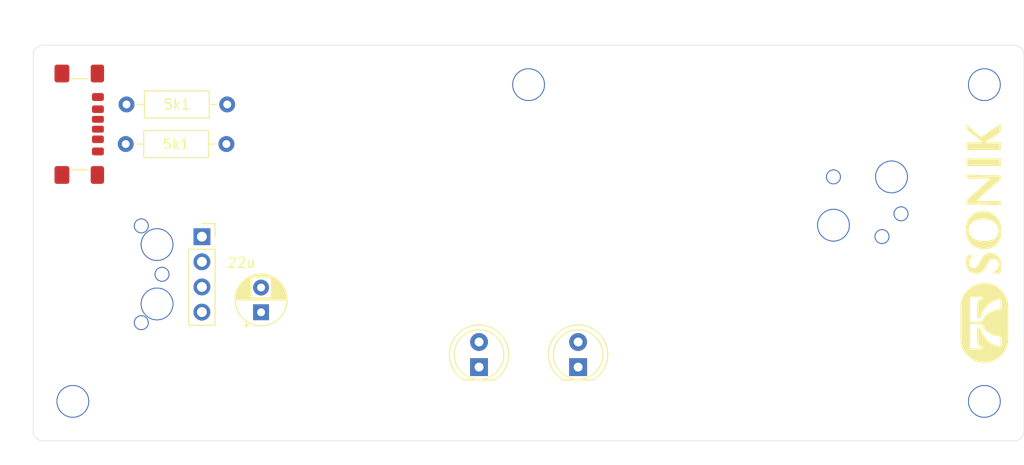
<source format=kicad_pcb>
(kicad_pcb (version 20241229) (generator "pcbnew") (generator_version "9.0")
  (layers (0 "F.Cu" signal) (2 "B.Cu" signal) (13 "F.Paste" user) (15 "B.Paste" user) (5 "F.SilkS" user "F.Silkscreen") (7 "B.SilkS" user "B.Silkscreen") (1 "F.Mask" user) (3 "B.Mask" user) (25 "Edge.Cuts" user))
  (net 0 "")
  (net 1 "Net-(J2-Pin_4)")
  (net 2 "Net-(D1-K)")
  (net 3 "Net-(D1-A)")
  (net 4 "Net-(D2-A)")
  (net 5 "Net-(J1-CC1)")
  (net 6 "Net-(J1-CC2)")
  (footprint "Capacitor_THT:CP_Radial_D5.0mm_P2.50mm" (layer "F.Cu") (at 103 97 90)
    (property "Reference" "C1")
    (property "Value" "22u" (at 5 -2 180) (layer "F.SilkS"))
    (fp_line (start 1.29 -2.58) (end 1.29 2.58) (stroke (width 0.12)) (layer "F.SilkS"))
    (fp_line (start 1.25 -2.58) (end 1.25 2.58) (stroke (width 0.12)) (layer "F.SilkS"))
    (fp_line (start 1.33 -2.579) (end 1.33 2.579) (stroke (width 0.12)) (layer "F.SilkS"))
    (fp_line (start 1.37 -2.577) (end 1.37 2.577) (stroke (width 0.12)) (layer "F.SilkS"))
    (fp_line (start 1.41 -2.575) (end 1.41 2.575) (stroke (width 0.12)) (layer "F.SilkS"))
    (fp_line (start 1.45 -2.572) (end 1.45 2.572) (stroke (width 0.12)) (layer "F.SilkS"))
    (fp_line (start 1.49 -2.569) (end 1.49 -1.04) (stroke (width 0.12)) (layer "F.SilkS"))
    (fp_line (start 1.53 -2.565) (end 1.53 -1.04) (stroke (width 0.12)) (layer "F.SilkS"))
    (fp_line (start 1.57 -2.56) (end 1.57 -1.04) (stroke (width 0.12)) (layer "F.SilkS"))
    (fp_line (start 1.61 -2.555) (end 1.61 -1.04) (stroke (width 0.12)) (layer "F.SilkS"))
    (fp_line (start 1.65 -2.549) (end 1.65 -1.04) (stroke (width 0.12)) (layer "F.SilkS"))
    (fp_line (start 1.69 -2.543) (end 1.69 -1.04) (stroke (width 0.12)) (layer "F.SilkS"))
    (fp_line (start 1.73 -2.536) (end 1.73 -1.04) (stroke (width 0.12)) (layer "F.SilkS"))
    (fp_line (start 1.77 -2.528) (end 1.77 -1.04) (stroke (width 0.12)) (layer "F.SilkS"))
    (fp_line (start 1.81 -2.519) (end 1.81 -1.04) (stroke (width 0.12)) (layer "F.SilkS"))
    (fp_line (start 1.85 -2.51) (end 1.85 -1.04) (stroke (width 0.12)) (layer "F.SilkS"))
    (fp_line (start 1.89 -2.501) (end 1.89 -1.04) (stroke (width 0.12)) (layer "F.SilkS"))
    (fp_line (start 1.93 -2.49) (end 1.93 -1.04) (stroke (width 0.12)) (layer "F.SilkS"))
    (fp_line (start 1.97 -2.479) (end 1.97 -1.04) (stroke (width 0.12)) (layer "F.SilkS"))
    (fp_line (start 2.01 -2.467) (end 2.01 -1.04) (stroke (width 0.12)) (layer "F.SilkS"))
    (fp_line (start 2.05 -2.455) (end 2.05 -1.04) (stroke (width 0.12)) (layer "F.SilkS"))
    (fp_line (start 2.09 -2.442) (end 2.09 -1.04) (stroke (width 0.12)) (layer "F.SilkS"))
    (fp_line (start 2.13 -2.428) (end 2.13 -1.04) (stroke (width 0.12)) (layer "F.SilkS"))
    (fp_line (start 2.17 -2.413) (end 2.17 -1.04) (stroke (width 0.12)) (layer "F.SilkS"))
    (fp_line (start 2.21 -2.398) (end 2.21 -1.04) (stroke (width 0.12)) (layer "F.SilkS"))
    (fp_line (start 2.25 -2.382) (end 2.25 -1.04) (stroke (width 0.12)) (layer "F.SilkS"))
    (fp_line (start 2.29 -2.365) (end 2.29 -1.04) (stroke (width 0.12)) (layer "F.SilkS"))
    (fp_line (start 2.33 -2.347) (end 2.33 -1.04) (stroke (width 0.12)) (layer "F.SilkS"))
    (fp_line (start 2.37 -2.329) (end 2.37 -1.04) (stroke (width 0.12)) (layer "F.SilkS"))
    (fp_line (start 2.41 -2.309) (end 2.41 -1.04) (stroke (width 0.12)) (layer "F.SilkS"))
    (fp_line (start 2.45 -2.289) (end 2.45 -1.04) (stroke (width 0.12)) (layer "F.SilkS"))
    (fp_line (start 2.49 -2.268) (end 2.49 -1.04) (stroke (width 0.12)) (layer "F.SilkS"))
    (fp_line (start 2.53 -2.246) (end 2.53 -1.04) (stroke (width 0.12)) (layer "F.SilkS"))
    (fp_line (start 2.57 -2.223) (end 2.57 -1.04) (stroke (width 0.12)) (layer "F.SilkS"))
    (fp_line (start 2.61 -2.199) (end 2.61 -1.04) (stroke (width 0.12)) (layer "F.SilkS"))
    (fp_line (start 2.65 -2.175) (end 2.65 -1.04) (stroke (width 0.12)) (layer "F.SilkS"))
    (fp_line (start 2.69 -2.149) (end 2.69 -1.04) (stroke (width 0.12)) (layer "F.SilkS"))
    (fp_line (start 2.73 -2.122) (end 2.73 -1.04) (stroke (width 0.12)) (layer "F.SilkS"))
    (fp_line (start 2.77 -2.094) (end 2.77 -1.04) (stroke (width 0.12)) (layer "F.SilkS"))
    (fp_line (start 2.81 -2.065) (end 2.81 -1.04) (stroke (width 0.12)) (layer "F.SilkS"))
    (fp_line (start 2.85 -2.035) (end 2.85 -1.04) (stroke (width 0.12)) (layer "F.SilkS"))
    (fp_line (start 2.89 -2.003) (end 2.89 -1.04) (stroke (width 0.12)) (layer "F.SilkS"))
    (fp_line (start 2.93 -1.97) (end 2.93 -1.04) (stroke (width 0.12)) (layer "F.SilkS"))
    (fp_line (start 2.97 -1.936) (end 2.97 -1.04) (stroke (width 0.12)) (layer "F.SilkS"))
    (fp_line (start 3.01 -1.901) (end 3.01 -1.04) (stroke (width 0.12)) (layer "F.SilkS"))
    (fp_line (start 3.05 -1.864) (end 3.05 -1.04) (stroke (width 0.12)) (layer "F.SilkS"))
    (fp_line (start 3.09 -1.825) (end 3.09 -1.04) (stroke (width 0.12)) (layer "F.SilkS"))
    (fp_line (start 3.13 -1.785) (end 3.13 -1.04) (stroke (width 0.12)) (layer "F.SilkS"))
    (fp_line (start 3.17 -1.743) (end 3.17 -1.04) (stroke (width 0.12)) (layer "F.SilkS"))
    (fp_line (start -1.304775 -1.725) (end -1.304775 -1.225) (stroke (width 0.12)) (layer "F.SilkS"))
    (fp_line (start 3.21 -1.699) (end 3.21 -1.04) (stroke (width 0.12)) (layer "F.SilkS"))
    (fp_line (start 3.25 -1.652) (end 3.25 -1.04) (stroke (width 0.12)) (layer "F.SilkS"))
    (fp_line (start 3.29 -1.604) (end 3.29 -1.04) (stroke (width 0.12)) (layer "F.SilkS"))
    (fp_line (start 3.33 -1.553) (end 3.33 -1.04) (stroke (width 0.12)) (layer "F.SilkS"))
    (fp_line (start 3.37 -1.499) (end 3.37 -1.04) (stroke (width 0.12)) (layer "F.SilkS"))
    (fp_line (start -1.554775 -1.475) (end -1.054775 -1.475) (stroke (width 0.12)) (layer "F.SilkS"))
    (fp_line (start 3.41 -1.443) (end 3.41 -1.04) (stroke (width 0.12)) (layer "F.SilkS"))
    (fp_line (start 3.45 -1.383) (end 3.45 -1.04) (stroke (width 0.12)) (layer "F.SilkS"))
    (fp_line (start 3.49 -1.319) (end 3.49 -1.04) (stroke (width 0.12)) (layer "F.SilkS"))
    (fp_line (start 3.53 -1.251) (end 3.53 -1.04) (stroke (width 0.12)) (layer "F.SilkS"))
    (fp_line (start 3.57 -1.177) (end 3.57 1.177) (stroke (width 0.12)) (layer "F.SilkS"))
    (fp_line (start 3.61 -1.098) (end 3.61 1.098) (stroke (width 0.12)) (layer "F.SilkS"))
    (fp_line (start 3.65 -1.011) (end 3.65 1.011) (stroke (width 0.12)) (layer "F.SilkS"))
    (fp_line (start 3.69 -0.914) (end 3.69 0.914) (stroke (width 0.12)) (layer "F.SilkS"))
    (fp_line (start 3.73 -0.805) (end 3.73 0.805) (stroke (width 0.12)) (layer "F.SilkS"))
    (fp_line (start 3.77 -0.677) (end 3.77 0.677) (stroke (width 0.12)) (layer "F.SilkS"))
    (fp_line (start 3.81 -0.517) (end 3.81 0.517) (stroke (width 0.12)) (layer "F.SilkS"))
    (fp_line (start 3.85 -0.283) (end 3.85 0.283) (stroke (width 0.12)) (layer "F.SilkS"))
    (fp_line (start 3.53 1.04) (end 3.53 1.251) (stroke (width 0.12)) (layer "F.SilkS"))
    (fp_line (start 3.49 1.04) (end 3.49 1.319) (stroke (width 0.12)) (layer "F.SilkS"))
    (fp_line (start 3.45 1.04) (end 3.45 1.383) (stroke (width 0.12)) (layer "F.SilkS"))
    (fp_line (start 3.41 1.04) (end 3.41 1.443) (stroke (width 0.12)) (layer "F.SilkS"))
    (fp_line (start 3.37 1.04) (end 3.37 1.499) (stroke (width 0.12)) (layer "F.SilkS"))
    (fp_line (start 3.33 1.04) (end 3.33 1.553) (stroke (width 0.12)) (layer "F.SilkS"))
    (fp_line (start 3.29 1.04) (end 3.29 1.604) (stroke (width 0.12)) (layer "F.SilkS"))
    (fp_line (start 3.25 1.04) (end 3.25 1.652) (stroke (width 0.12)) (layer "F.SilkS"))
    (fp_line (start 3.21 1.04) (end 3.21 1.699) (stroke (width 0.12)) (layer "F.SilkS"))
    (fp_line (start 3.17 1.04) (end 3.17 1.743) (stroke (width 0.12)) (layer "F.SilkS"))
    (fp_line (start 3.13 1.04) (end 3.13 1.785) (stroke (width 0.12)) (layer "F.SilkS"))
    (fp_line (start 3.09 1.04) (end 3.09 1.825) (stroke (width 0.12)) (layer "F.SilkS"))
    (fp_line (start 3.05 1.04) (end 3.05 1.864) (stroke (width 0.12)) (layer "F.SilkS"))
    (fp_line (start 3.01 1.04) (end 3.01 1.901) (stroke (width 0.12)) (layer "F.SilkS"))
    (fp_line (start 2.97 1.04) (end 2.97 1.936) (stroke (width 0.12)) (layer "F.SilkS"))
    (fp_line (start 2.93 1.04) (end 2.93 1.97) (stroke (width 0.12)) (layer "F.SilkS"))
    (fp_line (start 2.89 1.04) (end 2.89 2.003) (stroke (width 0.12)) (layer "F.SilkS"))
    (fp_line (start 2.85 1.04) (end 2.85 2.035) (stroke (width 0.12)) (layer "F.SilkS"))
    (fp_line (start 2.81 1.04) (end 2.81 2.065) (stroke (width 0.12)) (layer "F.SilkS"))
    (fp_line (start 2.77 1.04) (end 2.77 2.094) (stroke (width 0.12)) (layer "F.SilkS"))
    (fp_line (start 2.73 1.04) (end 2.73 2.122) (stroke (width 0.12)) (layer "F.SilkS"))
    (fp_line (start 2.69 1.04) (end 2.69 2.149) (stroke (width 0.12)) (layer "F.SilkS"))
    (fp_line (start 2.65 1.04) (end 2.65 2.175) (stroke (width 0.12)) (layer "F.SilkS"))
    (fp_line (start 2.61 1.04) (end 2.61 2.199) (stroke (width 0.12)) (layer "F.SilkS"))
    (fp_line (start 2.57 1.04) (end 2.57 2.223) (stroke (width 0.12)) (layer "F.SilkS"))
    (fp_line (start 2.53 1.04) (end 2.53 2.246) (stroke (width 0.12)) (layer "F.SilkS"))
    (fp_line (start 2.49 1.04) (end 2.49 2.268) (stroke (width 0.12)) (layer "F.SilkS"))
    (fp_line (start 2.45 1.04) (end 2.45 2.289) (stroke (width 0.12)) (layer "F.SilkS"))
    (fp_line (start 2.41 1.04) (end 2.41 2.309) (stroke (width 0.12)) (layer "F.SilkS"))
    (fp_line (start 2.37 1.04) (end 2.37 2.329) (stroke (width 0.12)) (layer "F.SilkS"))
    (fp_line (start 2.33 1.04) (end 2.33 2.347) (stroke (width 0.12)) (layer "F.SilkS"))
    (fp_line (start 2.29 1.04) (end 2.29 2.365) (stroke (width 0.12)) (layer "F.SilkS"))
    (fp_line (start 2.25 1.04) (end 2.25 2.382) (stroke (width 0.12)) (layer "F.SilkS"))
    (fp_line (start 2.21 1.04) (end 2.21 2.398) (stroke (width 0.12)) (layer "F.SilkS"))
    (fp_line (start 2.17 1.04) (end 2.17 2.413) (stroke (width 0.12)) (layer "F.SilkS"))
    (fp_line (start 2.13 1.04) (end 2.13 2.428) (stroke (width 0.12)) (layer "F.SilkS"))
    (fp_line (start 2.09 1.04) (end 2.09 2.442) (stroke (width 0.12)) (layer "F.SilkS"))
    (fp_line (start 2.05 1.04) (end 2.05 2.455) (stroke (width 0.12)) (layer "F.SilkS"))
    (fp_line (start 2.01 1.04) (end 2.01 2.467) (stroke (width 0.12)) (layer "F.SilkS"))
    (fp_line (start 1.97 1.04) (end 1.97 2.479) (stroke (width 0.12)) (layer "F.SilkS"))
    (fp_line (start 1.93 1.04) (end 1.93 2.49) (stroke (width 0.12)) (layer "F.SilkS"))
    (fp_line (start 1.89 1.04) (end 1.89 2.501) (stroke (width 0.12)) (layer "F.SilkS"))
    (fp_line (start 1.85 1.04) (end 1.85 2.51) (stroke (width 0.12)) (layer "F.SilkS"))
    (fp_line (start 1.81 1.04) (end 1.81 2.519) (stroke (width 0.12)) (layer "F.SilkS"))
    (fp_line (start 1.77 1.04) (end 1.77 2.528) (stroke (width 0.12)) (layer "F.SilkS"))
    (fp_line (start 1.73 1.04) (end 1.73 2.536) (stroke (width 0.12)) (layer "F.SilkS"))
    (fp_line (start 1.69 1.04) (end 1.69 2.543) (stroke (width 0.12)) (layer "F.SilkS"))
    (fp_line (start 1.65 1.04) (end 1.65 2.549) (stroke (width 0.12)) (layer "F.SilkS"))
    (fp_line (start 1.61 1.04) (end 1.61 2.555) (stroke (width 0.12)) (layer "F.SilkS"))
    (fp_line (start 1.57 1.04) (end 1.57 2.56) (stroke (width 0.12)) (layer "F.SilkS"))
    (fp_line (start 1.53 1.04) (end 1.53 2.565) (stroke (width 0.12)) (layer "F.SilkS"))
    (fp_line (start 1.49 1.04) (end 1.49 2.569) (stroke (width 0.12)) (layer "F.SilkS"))
    (fp_circle (center 1.25 0) (end 3.87 0) (stroke (width 0.12)) (fill no) (layer "F.SilkS"))
    (pad "1" thru_hole rect (at 0 0 90) (size 1.6 1.6) (drill 0.8) (layers "*.Cu" "*.Mask") (net 1 "Net-(J2-Pin_4)"))
    (pad "2" thru_hole circle (at 2.5 0 90) (size 1.6 1.6) (drill 0.8) (layers "*.Cu" "*.Mask") (net 2 "Net-(D1-K)"))
  )
  (footprint "LED_THT:LED_D5.0mm_Clear" (layer "F.Cu") (at 135 102.54 90)
    (property "Reference" "D1")
    (property "Value" "LED")
    (fp_line (start -1.29 -1.545) (end -1.29 1.545) (stroke (width 0.12)) (layer "F.SilkS"))
    (fp_arc (start -1.29 -1.54483) (mid 2.071756 -2.880501) (end 4.26 -0.000048) (stroke (width 0.12)) (layer "F.SilkS"))
    (fp_arc (start 4.26 0.000048) (mid 2.071756 2.880501) (end -1.29 1.54483) (stroke (width 0.12)) (layer "F.SilkS"))
    (fp_circle (center 1.27 0) (end 3.77 0) (stroke (width 0.12)) (fill no) (layer "F.SilkS"))
    (pad "1" thru_hole rect (at 0 0 90) (size 1.8 1.8) (drill 0.9) (layers "*.Cu" "*.Mask") (net 2 "Net-(D1-K)"))
    (pad "2" thru_hole circle (at 2.54 0 90) (size 1.8 1.8) (drill 0.9) (layers "*.Cu" "*.Mask") (net 3 "Net-(D1-A)"))
  )
  (footprint "Connector_USB:USB_C_Receptacle_GCT_USB4135-GF-A_6P_TopMnt_Horizontal" (layer "F.Cu") (at 83.5 78 -90)
    (property "Reference" "J1")
    (property "Value" "USB_C_Receptacle_PowerOnly_6P")
    (fp_line (start -4.6 -2.04) (end -4.6 -0.41) (stroke (width 0.12)) (layer "F.SilkS"))
    (fp_line (start 4.6 -2.04) (end 4.6 -0.41) (stroke (width 0.12)) (layer "F.SilkS"))
    (pad "A5" smd roundrect (at -0.5 -3.0325 270) (size 0.7 1.2) (layers "F.Cu" "F.Mask" "F.Paste") (net 5 "Net-(J1-CC1)"))
    (pad "A9" smd roundrect (at 1.52 -3.0325 90) (size 0.76 1.2) (layers "F.Cu" "F.Mask" "F.Paste") (net 1 "Net-(J2-Pin_4)"))
    (pad "A12" smd roundrect (at 2.75 -3.0325 90) (size 0.8 1.2) (layers "F.Cu" "F.Mask" "F.Paste") (net 2 "Net-(D1-K)"))
    (pad "B5" smd roundrect (at 0.5 -3.0325 90) (size 0.7 1.2) (layers "F.Cu" "F.Mask" "F.Paste") (net 6 "Net-(J1-CC2)"))
    (pad "B9" smd roundrect (at -1.52 -3.0325 270) (size 0.76 1.2) (layers "F.Cu" "F.Mask" "F.Paste") (net 1 "Net-(J2-Pin_4)"))
    (pad "B12" smd roundrect (at -2.75 -3.0325 270) (size 0.8 1.2) (layers "F.Cu" "F.Mask" "F.Paste") (net 2 "Net-(D1-K)"))
    (pad "S1" smd roundrect (at -5.125 -2.9775 270) (size 1.8 1.35) (layers "F.Cu" "F.Mask" "F.Paste") (roundrect_rratio 0.1851851852) (net 2 "Net-(D1-K)"))
    (pad "S1" smd roundrect (at -5.125 0.6025 270) (size 1.8 1.5) (layers "F.Cu" "F.Mask" "F.Paste") (roundrect_rratio 0.1666666667) (net 2 "Net-(D1-K)"))
    (pad "S1" smd roundrect (at 5.125 -2.9775 270) (size 1.8 1.35) (layers "F.Cu" "F.Mask" "F.Paste") (roundrect_rratio 0.1851851852) (net 2 "Net-(D1-K)"))
    (pad "S1" smd roundrect (at 5.125 0.6025 270) (size 1.8 1.5) (layers "F.Cu" "F.Mask" "F.Paste") (roundrect_rratio 0.1666666667) (net 2 "Net-(D1-K)"))
  )
  (footprint "LED_THT:LED_D5.0mm_Clear" (layer "F.Cu") (at 125 102.54 90)
    (property "Reference" "D2")
    (property "Value" "LED")
    (fp_line (start -1.29 -1.545) (end -1.29 1.545) (stroke (width 0.12)) (layer "F.SilkS"))
    (fp_arc (start -1.29 -1.54483) (mid 2.071756 -2.880501) (end 4.26 -0.000048) (stroke (width 0.12)) (layer "F.SilkS"))
    (fp_arc (start 4.26 0.000048) (mid 2.071756 2.880501) (end -1.29 1.54483) (stroke (width 0.12)) (layer "F.SilkS"))
    (fp_circle (center 1.27 0) (end 3.77 0) (stroke (width 0.12)) (fill no) (layer "F.SilkS"))
    (pad "1" thru_hole rect (at 0 0 90) (size 1.8 1.8) (drill 0.9) (layers "*.Cu" "*.Mask") (net 2 "Net-(D1-K)"))
    (pad "2" thru_hole circle (at 2.54 0 90) (size 1.8 1.8) (drill 0.9) (layers "*.Cu" "*.Mask") (net 4 "Net-(D2-A)"))
  )
  (footprint "Connector_PinSocket_2.54mm:PinSocket_1x04_P2.54mm_Vertical" (layer "F.Cu") (at 97.025 89.36)
    (property "Reference" "J2")
    (property "Value" "Conn_01x04_Socket")
    (fp_line (start -1.33 1.27) (end -1.33 8.95) (stroke (width 0.12)) (layer "F.SilkS"))
    (fp_line (start -1.33 1.27) (end 1.33 1.27) (stroke (width 0.12)) (layer "F.SilkS"))
    (fp_line (start -1.33 8.95) (end 1.33 8.95) (stroke (width 0.12)) (layer "F.SilkS"))
    (fp_line (start 0 -1.33) (end 1.33 -1.33) (stroke (width 0.12)) (layer "F.SilkS"))
    (fp_line (start 1.33 -1.33) (end 1.33 0) (stroke (width 0.12)) (layer "F.SilkS"))
    (fp_line (start 1.33 1.27) (end 1.33 8.95) (stroke (width 0.12)) (layer "F.SilkS"))
    (pad "1" thru_hole rect (at 0 0) (size 1.7 1.7) (drill 1) (layers "*.Cu" "*.Mask") (net 3 "Net-(D1-A)"))
    (pad "2" thru_hole circle (at 0 2.54) (size 1.7 1.7) (drill 1) (layers "*.Cu" "*.Mask") (net 4 "Net-(D2-A)"))
    (pad "3" thru_hole circle (at 0 5.08) (size 1.7 1.7) (drill 1) (layers "*.Cu" "*.Mask") (net 2 "Net-(D1-K)"))
    (pad "4" thru_hole circle (at 0 7.62) (size 1.7 1.7) (drill 1) (layers "*.Cu" "*.Mask") (net 1 "Net-(J2-Pin_4)"))
  )
  (footprint "Resistor_THT:R_Axial_DIN0207_L6.3mm_D2.5mm_P10.16mm_Horizontal" (layer "F.Cu") (at 89.34 80)
    (property "Reference" "R1")
    (property "Value" "5k1" (at 5.08 0 0) (layer "F.SilkS"))
    (fp_line (start 1.04 0) (end 1.81 0) (stroke (width 0.12)) (layer "F.SilkS"))
    (fp_line (start 1.81 -1.37) (end 1.81 1.37) (stroke (width 0.12)) (layer "F.SilkS"))
    (fp_line (start 1.81 1.37) (end 8.35 1.37) (stroke (width 0.12)) (layer "F.SilkS"))
    (fp_line (start 8.35 -1.37) (end 1.81 -1.37) (stroke (width 0.12)) (layer "F.SilkS"))
    (fp_line (start 8.35 1.37) (end 8.35 -1.37) (stroke (width 0.12)) (layer "F.SilkS"))
    (fp_line (start 9.12 0) (end 8.35 0) (stroke (width 0.12)) (layer "F.SilkS"))
    (pad "1" thru_hole circle (at 0 0) (size 1.6 1.6) (drill 0.8) (layers "*.Cu" "*.Mask") (net 6 "Net-(J1-CC2)"))
    (pad "2" thru_hole oval (at 10.16 0) (size 1.6 1.6) (drill 0.8) (layers "*.Cu" "*.Mask") (net 2 "Net-(D1-K)"))
  )
  (footprint "LOGO" (layer "F.Cu") (at 176 90 90)
    (property "Reference" "G***")
    (property "Value" "LOGO" (hide yes))
    (fp_poly (pts (xy 7.791023 -1.806152) (xy 7.817462 -1.803299) (xy 7.866064 -1.800878) (xy 7.93209 -1.798918) (xy 8.010799 -1.797444) (xy 8.097449 -1.796484) (xy 8.187302 -1.796065) (xy 8.275617 -1.796216) (xy 8.357653 -1.796961) (xy 8.42867 -1.79833) (xy 8.483927 -1.800349) (xy 8.509268 -1.802033) (xy 8.576535 -1.808038) (xy 8.573398 -1.74822) (xy 8.567466 -1.619441) (xy 8.562177 -1.473061) (xy 8.557528 -1.311362) (xy 8.553517 -1.136624) (xy 8.55014 -0.951129) (xy 8.547396 -0.75716) (xy 8.545282 -0.556999) (xy 8.543795 -0.352926) (xy 8.542933 -0.147224) (xy 8.542693 0.057826) (xy 8.543073 0.259941) (xy 8.54407 0.45684) (xy 8.545682 0.646241) (xy 8.547906 0.825862) (xy 8.550739 0.993423) (xy 8.554179 1.14664) (xy 8.558224 1.283231) (xy 8.562871 1.400917) (xy 8.568117 1.497413) (xy 8.573959 1.57044) (xy 8.577124 1.597589) (xy 8.584911 1.654766) (xy 8.165176 1.654766) (xy 7.745441 1.654766) (xy 7.754739 1.552153) (xy 7.76099 1.4665) (xy 7.766575 1.356621) (xy 7.771495 1.225188) (xy 7.77575 1.074873) (xy 7.77934 0.908348) (xy 7.782265 0.728287) (xy 7.784525 0.537361) (xy 7.78612 0.338242) (xy 7.78705 0.133603) (xy 7.787315 -0.073884) (xy 7.786915 -0.281547) (xy 7.785851 -0.486713) (xy 7.784122 -0.686711) (xy 7.781728 -0.878867) (xy 7.77867 -1.06051) (xy 7.774947 -1.228967) (xy 7.77056 -1.381566) (xy 7.765508 -1.515634) (xy 7.759791 -1.6285) (xy 7.754677 -1.702505) (xy 7.745446 -1.816277)) (fill yes) (layer "F.SilkS"))
    (fp_poly (pts (xy 4.630668 -1.467852) (xy 4.689266 -1.403059) (xy 4.763942 -1.320747) (xy 4.852588 -1.223229) (xy 4.953095 -1.112818) (xy 5.063356 -0.991826) (xy 5.18126 -0.862564) (xy 5.304701 -0.727345) (xy 5.43157 -0.588481) (xy 5.559759 -0.448284) (xy 5.687159 -0.309067) (xy 5.723083 -0.269834) (xy 6.504713 0.583691) (xy 6.508437 -0.11512) (xy 6.508903 -0.266691) (xy 6.508751 -0.423105) (xy 6.508029 -0.581881) (xy 6.506784 -0.740537) (xy 6.505063 -0.896594) (xy 6.502914 -1.047569) (xy 6.500385 -1.190983) (xy 6.497522 -1.324355) (xy 6.494373 -1.445202) (xy 6.490985 -1.551046) (xy 6.487406 -1.639404) (xy 6.483683 -1.707796) (xy 6.479864 -1.75374) (xy 6.47678 -1.772636) (xy 6.467863 -1.803057) (xy 6.620822 -1.794887) (xy 6.691775 -1.792644) (xy 6.761723 -1.793081) (xy 6.821096 -1.79601) (xy 6.851138 -1.799426) (xy 6.894416 -1.806012) (xy 6.917508 -1.806468) (xy 6.926753 -1.799186) (xy 6.92849 -1.782558) (xy 6.928495 -1.779806) (xy 6.927849 -1.75855) (xy 6.926021 -1.714049) (xy 6.923176 -1.64993) (xy 6.919481 -1.569821) (xy 6.9151 -1.477351) (xy 6.910199 -1.376146) (xy 6.908486 -1.341244) (xy 6.898804 -1.141541) (xy 6.890405 -0.96036) (xy 6.883173 -0.793492) (xy 6.87699 -0.63673) (xy 6.871741 -0.485864) (xy 6.86731 -0.336686) (xy 6.863579 -0.184987) (xy 6.860433 -0.026558) (xy 6.857755 0.142809) (xy 6.855428 0.327323) (xy 6.853337 0.531194) (xy 6.851767 0.709666) (xy 6.843905 1.654766) (xy 6.640676 1.654305) (xy 6.437446 1.653844) (xy 6.168379 1.342655) (xy 5.914109 1.051232) (xy 5.643449 0.74603) (xy 5.360109 0.431151) (xy 5.067801 0.110699) (xy 4.770238 -0.211222) (xy 4.540882 -0.456445) (xy 4.244544 -0.771629) (xy 4.240075 -0.712059) (xy 4.239068 -0.683974) (xy 4.238361 -0.632355) (xy 4.237936 -0.559622) (xy 4.237774 -0.468192) (xy 4.237856 -0.360483) (xy 4.238163 -0.238913) (xy 4.238677 -0.105901) (xy 4.239378 0.036137) (xy 4.240248 0.184781) (xy 4.241268 0.337614) (xy 4.24242 0.492219) (xy 4.243684 0.646176) (xy 4.245042 0.797068) (xy 4.246474 0.942478) (xy 4.247963 1.079987) (xy 4.249489 1.207176) (xy 4.251033 1.321629) (xy 4.252578 1.420928) (xy 4.254103 1.502653) (xy 4.25559 1.564388) (xy 4.25702 1.603714) (xy 4.258191 1.61777) (xy 4.267861 1.654766) (xy 4.02912 1.654766) (xy 3.790379 1.654766) (xy 3.799135 1.563956) (xy 3.803301 1.512691) (xy 3.808304 1.437729) (xy 3.813991 1.342261) (xy 3.820213 1.229479) (xy 3.826817 1.102574) (xy 3.833652 0.964737) (xy 3.840568 0.819161) (xy 3.847412 0.669035) (xy 3.854035 0.517553) (xy 3.860284 0.367905) (xy 3.866008 0.223283) (xy 3.871057 0.086878) (xy 3.875279 -0.038119) (xy 3.875773 -0.053814) (xy 3.878686 -0.165557) (xy 3.880962 -0.291149) (xy 3.882621 -0.427446) (xy 3.883681 -0.571302) (xy 3.884162 -0.719572) (xy 3.884082 -0.869111) (xy 3.883461 -1.016775) (xy 3.882317 -1.159418) (xy 3.880668 -1.293895) (xy 3.878535 -1.417061) (xy 3.875935 -1.525771) (xy 3.872888 -1.616881) (xy 3.869413 -1.687245) (xy 3.865698 -1.732291) (xy 3.857379 -1.803087) (xy 4.010601 -1.794902) (xy 4.081695 -1.792663) (xy 4.151872 -1.793119) (xy 4.211533 -1.79608) (xy 4.241854 -1.799532) (xy 4.319884 -1.812346)) (fill yes) (layer "F.SilkS"))
    (fp_poly (pts (xy 9.405429 -1.806152) (xy 9.431842 -1.803304) (xy 9.480419 -1.800885) (xy 9.546423 -1.798925) (xy 9.625115 -1.797449) (xy 9.711756 -1.796486) (xy 9.801608 -1.796062) (xy 9.889932 -1.796206) (xy 9.97199 -1.796945) (xy 10.043043 -1.798306) (xy 10.098352 -1.800317) (xy 10.123675 -1.801991) (xy 10.163473 -1.804434) (xy 10.182983 -1.801204) (xy 10.188571 -1.790309) (xy 10.188181 -1.781811) (xy 10.179193 -1.676614) (xy 10.171772 -1.547501) (xy 10.165998 -1.397418) (xy 10.161954 -1.229316) (xy 10.15972 -1.046143) (xy 10.159379 -0.850847) (xy 10.159891 -0.756247) (xy 10.164035 -0.21424) (xy 10.407148 -0.507359) (xy 10.495157 -0.614015) (xy 10.588969 -0.728686) (xy 10.68636 -0.848581) (xy 10.785107 -0.97091) (xy 10.882987 -1.092884) (xy 10.977776 -1.211713) (xy 11.067251 -1.324605) (xy 11.149188 -1.428773) (xy 11.221364 -1.521424) (xy 11.281555 -1.599771) (xy 11.327539 -1.661021) (xy 11.338608 -1.676167) (xy 11.43691 -1.811895) (xy 11.513502 -1.799288) (xy 11.55434 -1.79527) (xy 11.615057 -1.792713) (xy 11.688658 -1.79176) (xy 11.768147 -1.792552) (xy 11.801918 -1.79345) (xy 12.013741 -1.800218) (xy 11.929725 -1.709268) (xy 11.801093 -1.569851) (xy 11.688064 -1.446933) (xy 11.587827 -1.337396) (xy 11.497571 -1.238119) (xy 11.414485 -1.145983) (xy 11.33576 -1.057868) (xy 11.258583 -0.970655) (xy 11.180145 -0.881224) (xy 11.097635 -0.786454) (xy 11.079886 -0.765997) (xy 11.006861 -0.681795) (xy 10.938624 -0.603144) (xy 10.877385 -0.532585) (xy 10.825351 -0.47266) (xy 10.784729 -0.425914) (xy 10.757726 -0.394887) (xy 10.747333 -0.383001) (xy 10.742348 -0.376411) (xy 10.739725 -0.368506) (xy 10.740576 -0.357409) (xy 10.746014 -0.341242) (xy 10.757154 -0.318127) (xy 10.775107 -0.286188) (xy 10.800988 -0.243545) (xy 10.835909 -0.188322) (xy 10.880983 -0.11864) (xy 10.937324 -0.032623) (xy 11.006045 0.071608) (xy 11.088258 0.19593) (xy 11.110229 0.229129) (xy 11.251736 0.442381) (xy 11.38029 0.634884) (xy 11.49728 0.808652) (xy 11.604098 0.965698) (xy 11.702136 1.108038) (xy 11.792784 1.237684) (xy 11.877435 1.356652) (xy 11.957478 1.466956) (xy 12.034305 1.570609) (xy 12.064737 1.611043) (xy 12.09779 1.654766) (xy 11.633123 1.654766) (xy 11.168455 1.654766) (xy 10.874113 1.200714) (xy 10.798616 1.084107) (xy 10.718115 0.959511) (xy 10.636025 0.832232) (xy 10.555762 0.707574) (xy 10.480743 0.590841) (xy 10.414383 0.487337) (xy 10.371904 0.420882) (xy 10.164035 0.095101) (xy 10.159871 0.541962) (xy 10.159367 0.659399) (xy 10.159892 0.783253) (xy 10.161343 0.910136) (xy 10.163616 1.036657) (xy 10.166607 1.159429) (xy 10.170214 1.275061) (xy 10.174332 1.380165) (xy 10.178857 1.471351) (xy 10.183686 1.545231) (xy 10.188715 1.598416) (xy 10.192981 1.624468) (xy 10.200586 1.654766) (xy 9.780217 1.654766) (xy 9.359847 1.654766) (xy 9.369243 1.551077) (xy 9.375459 1.465829) (xy 9.381013 1.356352) (xy 9.385906 1.225313) (xy 9.390137 1.075381) (xy 9.393707 0.909225) (xy 9.396616 0.729514) (xy 9.398865 0.538916) (xy 9.400452 0.340099) (xy 9.401379 0.135733) (xy 9.401645 -0.071514) (xy 9.401251 -0.278973) (xy 9.400196 -0.483976) (xy 9.398481 -0.683854) (xy 9.396107 -0.875939) (xy 9.393072 -1.057561) (xy 9.389378 -1.226052) (xy 9.385024 -1.378744) (xy 9.380011 -1.512968) (xy 9.374338 -1.626056) (xy 9.369084 -1.702505) (xy 9.359853 -1.816277)) (fill yes) (layer "F.SilkS"))
    (fp_poly (pts (xy 1.572311 -1.862598) (xy 1.763816 -1.837247) (xy 1.804533 -1.829478) (xy 2.029715 -1.772147) (xy 2.236859 -1.69524) (xy 2.425542 -1.599187) (xy 2.595341 -1.484422) (xy 2.745831 -1.351374) (xy 2.876588 -1.200478) (xy 2.98719 -1.032164) (xy 3.077212 -0.846865) (xy 3.146231 -0.645012) (xy 3.193824 -0.427037) (xy 3.196475 -0.410329) (xy 3.206042 -0.326667) (xy 3.212167 -0.226758) (xy 3.214852 -0.118269) (xy 3.214103 -0.008865) (xy 3.209924 0.093785) (xy 3.202319 0.182015) (xy 3.196111 0.22486) (xy 3.144731 0.44091) (xy 3.070507 0.64358) (xy 2.974453 0.831931) (xy 2.857583 1.005023) (xy 2.720911 1.161916) (xy 2.565452 1.301672) (xy 2.392219 1.423351) (xy 2.202227 1.526012) (xy 1.996489 1.608717) (xy 1.77602 1.670527) (xy 1.600953 1.702701) (xy 1.542627 1.708833) (xy 1.465183 1.713738) (xy 1.37588 1.717276) (xy 1.281979 1.719312) (xy 1.190738 1.719707) (xy 1.109419 1.718326) (xy 1.045279 1.71503) (xy 1.029184 1.713506) (xy 0.828167 1.68645) (xy 0.649213 1.651962) (xy 0.488185 1.608729) (xy 0.340944 1.55544) (xy 0.203354 1.490785) (xy 0.071276 1.41345) (xy 0.06054 1.406491) (xy -0.038452 1.331717) (xy -0.139615 1.236956) (xy -0.237844 1.128126) (xy -0.328032 1.011145) (xy -0.405074 0.891929) (xy -0.441373 0.824794) (xy -0.515854 0.647889) (xy -0.571659 0.45638) (xy -0.608616 0.254901) (xy -0.626551 0.048085) (xy -0.62634 0.013292) (xy 0.205039 0.013292) (xy 0.207491 0.124458) (xy 0.212464 0.2305) (xy 0.219802 0.323902) (xy 0.228169 0.390148) (xy 0.269835 0.58863) (xy 0.32678 0.766369) (xy 0.398772 0.92286) (xy 0.485579 1.057596) (xy 0.585725 1.168912) (xy 0.67619 1.245308) (xy 0.766964 1.303085) (xy 0.868643 1.34849) (xy 0.921557 1.366799) (xy 1.087423 1.406376) (xy 1.255979 1.419674) (xy 1.424422 1.406579) (xy 1.506779 1.390325) (xy 1.627162 1.350741) (xy 1.74916 1.290913) (xy 1.864946 1.215684) (xy 1.966697 1.129895) (xy 2.0199 1.072811) (xy 2.11469 0.94157) (xy 2.198233 0.790061) (xy 2.268259 0.623378) (xy 2.322502 0.446617) (xy 2.346178 0.339697) (xy 2.358615 0.259989) (xy 2.369641 0.162797) (xy 2.378763 0.055777) (xy 2.385487 -0.053418) (xy 2.389321 -0.15713) (xy 2.389771 -0.247706) (xy 2.387571 -0.302702) (xy 2.362567 -0.522255) (xy 2.31986 -0.722603) (xy 2.259579 -0.903422) (xy 2.181853 -1.064388) (xy 2.086813 -1.205175) (xy 1.984564 -1.316252) (xy 1.858479 -1.416314) (xy 1.719909 -1.493737) (xy 1.571881 -1.547868) (xy 1.417421 -1.578054) (xy 1.259554 -1.583643) (xy 1.101305 -1.563983) (xy 0.983659 -1.532097) (xy 0.870425 -1.481371) (xy 0.757845 -1.407401) (xy 0.649569 -1.313682) (xy 0.54925 -1.203708) (xy 0.460538 -1.080976) (xy 0.398296 -0.971834) (xy 0.350441 -0.861829) (xy 0.306488 -0.731524) (xy 0.268159 -0.587442) (xy 0.237178 -0.436102) (xy 0.215268 -0.284025) (xy 0.214363 -0.275795) (xy 0.208319 -0.194351) (xy 0.205263 -0.095483) (xy 0.205039 0.013292) (xy -0.62634 0.013292) (xy -0.625291 -0.159435) (xy -0.604663 -0.363024) (xy -0.564491 -0.55805) (xy -0.504604 -0.739879) (xy -0.500357 -0.750326) (xy -0.419735 -0.916923) (xy -0.317797 -1.07993) (xy -0.198886 -1.233838) (xy -0.067346 -1.373137) (xy 0.072481 -1.492317) (xy 0.101041 -1.513241) (xy 0.178295 -1.563515) (xy 0.272215 -1.617301) (xy 0.374122 -1.670182) (xy 0.475341 -1.717744) (xy 0.567195 -1.755572) (xy 0.600533 -1.767376) (xy 0.774793 -1.814883) (xy 0.9657 -1.848498) (xy 1.166654 -1.867883) (xy 1.371058 -1.872696)) (fill yes) (layer "F.SilkS"))
    (fp_poly (pts (xy -1.874471 -1.869707) (xy -1.781588 -1.865232) (xy -1.70438 -1.857017) (xy -1.700313 -1.856385) (xy -1.610549 -1.837404) (xy -1.511572 -1.808775) (xy -1.413444 -1.77393) (xy -1.326226 -1.7363) (xy -1.284799 -1.714664) (xy -1.235769 -1.68719) (xy -1.200544 -1.665963) (xy -1.178138 -1.646327) (xy -1.167563 -1.623627) (xy -1.167834 -1.593206) (xy -1.177963 -1.550409) (xy -1.196964 -1.49058) (xy -1.22154 -1.416165) (xy -1.245429 -1.342274) (xy -1.266837 -1.274885) (xy -1.28413 -1.21923) (xy -1.295674 -1.18054) (xy -1.299296 -1.167082) (xy -1.310316 -1.140644) (xy -1.332742 -1.130926) (xy -1.350623 -1.130085) (xy -1.374439 -1.132246) (xy -1.392093 -1.142359) (xy -1.408968 -1.165867) (xy -1.430448 -1.208215) (xy -1.432832 -1.213223) (xy -1.497601 -1.319696) (xy -1.580809 -1.408623) (xy -1.679285 -1.478487) (xy -1.789859 -1.527776) (xy -1.90936 -1.554972) (xy -2.034618 -1.558561) (xy -2.127947 -1.545388) (xy -2.220745 -1.519126) (xy -2.297749 -1.481571) (xy -2.369363 -1.427554) (xy -2.374689 -1.422801) (xy -2.446661 -1.341051) (xy -2.494434 -1.248165) (xy -2.51733 -1.146076) (xy -2.514668 -1.036719) (xy -2.51339 -1.028091) (xy -2.497304 -0.958655) (xy -2.470481 -0.894034) (xy -2.43101 -0.832556) (xy -2.376978 -0.772548) (xy -2.306476 -0.712336) (xy -2.217591 -0.650248) (xy -2.108412 -0.58461) (xy -1.977029 -0.51375) (xy -1.856568 -0.453119) (xy -1.693734 -0.369659) (xy -1.554399 -0.290394) (xy -1.435902 -0.213243) (xy -1.335576 -0.136129) (xy -1.250758 -0.056971) (xy -1.178783 0.02631) (xy -1.116987 0.115793) (xy -1.107471 0.131487) (xy -1.068497 0.202039) (xy -1.040277 0.267451) (xy -1.020901 0.335037) (xy -1.008458 0.412114) (xy -1.001036 0.505999) (xy -0.9992 0.545957) (xy -0.99885 0.686441) (xy -1.01063 0.8091) (xy -1.035674 0.920666) (xy -1.075119 1.027872) (xy -1.083732 1.047001) (xy -1.166999 1.196408) (xy -1.27041 1.328114) (xy -1.393619 1.441856) (xy -1.536277 1.53737) (xy -1.698038 1.614392) (xy -1.878556 1.67266) (xy -1.9224 1.683315) (xy -1.987012 1.694447) (xy -2.071621 1.703692) (xy -2.169366 1.710797) (xy -2.273387 1.715506) (xy -2.376822 1.717564) (xy -2.472812 1.716718) (xy -2.554496 1.712713) (xy -2.596505 1.708318) (xy -2.761598 1.678653) (xy -2.905131 1.638108) (xy -3.030603 1.585593) (xy -3.084424 1.556411) (xy -3.144324 1.521308) (xy -3.093267 1.33155) (xy -3.072065 1.249214) (xy -3.051205 1.162038) (xy -3.032977 1.079967) (xy -3.01967 1.012947) (xy -3.018817 1.008131) (xy -2.995423 0.87447) (xy -2.945548 0.87447) (xy -2.915328 0.876063) (xy -2.898292 0.885413) (xy -2.887366 0.909377) (xy -2.879599 0.938373) (xy -2.842584 1.038999) (xy -2.785077 1.13731) (xy -2.712282 1.226547) (xy -2.629404 1.299948) (xy -2.574332 1.335028) (xy -2.459455 1.382409) (xy -2.327538 1.409576) (xy -2.206357 1.416851) (xy -2.08101 1.410905) (xy -1.974187 1.39122) (xy -1.880707 1.356792) (xy -1.870022 1.351563) (xy -1.783384 1.293582) (xy -1.713306 1.217239) (xy -1.661241 1.12644) (xy -1.628643 1.02509) (xy -1.616967 0.917095) (xy -1.627667 0.80636) (xy -1.643993 0.74455) (xy -1.668825 0.684488) (xy -1.703879 0.627634) (xy -1.751266 0.572327) (xy -1.813101 0.516902) (xy -1.891494 0.459699) (xy -1.988559 0.399056) (xy -2.106408 0.333309) (xy -2.247153 0.260797) (xy -2.278789 0.245063) (xy -2.415356 0.175554) (xy -2.530253 0.112485) (xy -2.627202 0.053391) (xy -2.709923 -0.004195) (xy -2.782135 -0.062741) (xy -2.84756 -0.124712) (xy -2.866938 -0.144891) (xy -2.964209 -0.26469) (xy -3.037222 -0.392285) (xy -3.086512 -0.529424) (xy -3.112613 -0.677849) (xy -3.11606 -0.839308) (xy -3.108548 -0.933803) (xy -3.077282 -1.101379) (xy -3.02299 -1.25595) (xy -2.946833 -1.396298) (xy -2.849974 -1.521205) (xy -2.733573 -1.629453) (xy -2.598792 -1.719823) (xy -2.446792 -1.791098) (xy -2.278736 -1.84206) (xy -2.233263 -1.851695) (xy -2.162423 -1.861435) (xy -2.073362 -1.867734) (xy -1.974553 -1.870516)) (fill yes) (layer "F.SilkS"))
    (fp_poly (pts (xy -8.239179 -2.414889) (xy -8.072035 -2.414884) (xy -7.806398 -2.414894) (xy -7.566203 -2.414892) (xy -7.349984 -2.414834) (xy -7.156273 -2.414674) (xy -6.983607 -2.414367) (xy -6.830519 -2.413867) (xy -6.695543 -2.413128) (xy -6.577213 -2.412106) (xy -6.474065 -2.410755) (xy -6.384632 -2.409029) (xy -6.307448 -2.406883) (xy -6.241047 -2.404271) (xy -6.183965 -2.401149) (xy -6.134735 -2.39747) (xy -6.091891 -2.393189) (xy -6.053968 -2.388261) (xy -6.0195 -2.38264) (xy -5.987021 -2.376281) (xy -5.955066 -2.369139) (xy -5.922169 -2.361167) (xy -5.886863 -2.352321) (xy -5.863216 -2.346401) (xy -5.625323 -2.273583) (xy -5.398185 -2.177007) (xy -5.183312 -2.058181) (xy -4.982212 -1.918613) (xy -4.796395 -1.759813) (xy -4.627371 -1.583291) (xy -4.476647 -1.390554) (xy -4.345735 -1.183113) (xy -4.236142 -0.962475) (xy -4.149378 -0.730151) (xy -4.11105 -0.594412) (xy -4.086132 -0.488285) (xy -4.067895 -0.392791) (xy -4.055434 -0.29997) (xy -4.047847 -0.201864) (xy -4.04423 -0.090516) (xy -4.043577 -0.000001) (xy -4.048693 0.19064) (xy -4.064902 0.363921) (xy -4.093499 0.527541) (xy -4.135776 0.689198) (xy -4.182859 0.82925) (xy -4.279502 1.055004) (xy -4.398915 1.269294) (xy -4.539227 1.470417) (xy -4.698566 1.656667) (xy -4.875063 1.826339) (xy -5.066844 1.977728) (xy -5.272039 2.10913) (xy -5.488777 2.21884) (xy -5.715186 2.305152) (xy -5.843354 2.342083) (xy -5.881799 2.352) (xy -5.91662 2.360955) (xy -5.949305 2.368998) (xy -5.981338 2.376182) (xy -6.014208 2.382555) (xy -6.049399 2.388169) (xy -6.088399 2.393075) (xy -6.132694 2.397322) (xy -6.183771 2.400961) (xy -6.243115 2.404043) (xy -6.312213 2.406618) (xy -6.392551 2.408737) (xy -6.485617 2.410451) (xy -6.592895 2.411809) (xy -6.715874 2.412863) (xy -6.856038 2.413663) (xy -7.014875 2.414259) (xy -7.193871 2.414702) (xy -7.394512 2.415043) (xy -7.618284 2.415332) (xy -7.866675 2.41562) (xy -8.011494 2.415792) (xy -8.231873 2.416027) (xy -8.445248 2.416188) (xy -8.650032 2.416275) (xy -8.844632 2.416292) (xy -9.027459 2.416239) (xy -9.196922 2.416121) (xy -9.351432 2.415937) (xy -9.489399 2.415691) (xy -9.609231 2.415386) (xy -9.709339 2.415021) (xy -9.788132 2.414601) (xy -9.844021 2.414127) (xy -9.875415 2.413601) (xy -9.881515 2.41331) (xy -10.042189 2.392069) (xy -10.182239 2.367929) (xy -10.307909 2.339495) (xy -10.425439 2.305373) (xy -10.530003 2.268423) (xy -10.763666 2.165371) (xy -10.983011 2.040651) (xy -11.186745 1.895703) (xy -11.373577 1.731967) (xy -11.542215 1.550885) (xy -11.691367 1.353896) (xy -11.81974 1.142441) (xy -11.926044 0.917962) (xy -12.008986 0.681897) (xy -12.033484 0.591949) (xy -12.058277 0.486627) (xy -12.076421 0.391376) (xy -12.088809 0.298307) (xy -12.096333 0.199529) (xy -12.099887 0.087153) (xy -12.100492 -0.000001) (xy -12.099126 -0.125425) (xy -12.094425 -0.232012) (xy -12.085485 -0.327718) (xy -12.071404 -0.420502) (xy -12.051278 -0.518322) (xy -12.033019 -0.594412) (xy -11.959809 -0.832667) (xy -11.862918 -1.060087) (xy -11.743855 -1.275163) (xy -11.629733 -1.439513) (xy -10.655357 -1.439513) (xy -10.651858 -0.824021) (xy -10.648359 -0.208528) (xy -10.573091 -0.204556) (xy -10.497824 -0.200583) (xy -10.483213 -0.288758) (xy -10.45476 -0.401544) (xy -10.410312 -0.497655) (xy -10.35142 -0.574723) (xy -10.279631 -0.630379) (xy -10.250094 -0.645078) (xy -10.214848 -0.659844) (xy -10.18148 -0.67244) (xy -10.147559 -0.683059) (xy -10.110654 -0.691895) (xy -10.068335 -0.699141) (xy -10.018171 -0.70499) (xy -9.95773 -0.709636) (xy -9.884584 -0.713271) (xy -9.7963 -0.71609) (xy -9.690448 -0.718284) (xy -9.564597 -0.720049) (xy -9.416317 -0.721576) (xy -9.272312 -0.72282) (xy -8.542029 -0.728853) (xy -8.545829 -0.570713) (xy -8.54963 -0.412573) (xy -8.697617 -0.362936) (xy -8.795444 -0.329431) (xy -8.875857 -0.299926) (xy -8.94728 -0.270911) (xy -9.018138 -0.238874) (xy -9.096853 -0.200305) (xy -9.138061 -0.179382) (xy -9.368983 -0.047479) (xy -9.579568 0.10134) (xy -9.769342 0.266457) (xy -9.937831 0.447256) (xy -10.084561 0.643119) (xy -10.209057 0.853429) (xy -10.310845 1.077569) (xy -10.38945 1.314922) (xy -10.433945 1.506639) (xy -10.443198 1.556229) (xy -10.450038 1.595246) (xy -10.453201 1.616422) (xy -10.453282 1.61777) (xy -10.440324 1.620058) (xy -10.403425 1.622165) (xy -10.345552 1.62403) (xy -10.269672 1.625592) (xy -10.178749 1.626791) (xy -10.075751 1.627567) (xy -9.963644 1.627859) (xy -9.957247 1.62786) (xy -9.46121 1.62786) (xy -9.451754 1.531892) (xy -9.424106 1.336692) (xy -9.380177 1.137459) (xy -9.321971 0.940183) (xy -9.251493 0.750853) (xy -9.170746 0.575459) (xy -9.081734 0.419989) (xy -9.077463 0.413398) (xy -8.980523 0.280107) (xy -8.872448 0.162231) (xy -8.749964 0.057204) (xy -8.609793 -0.037538) (xy -8.448663 -0.124559) (xy -8.310832 -0.18683) (xy -8.270799 -0.206606) (xy -8.251375 -0.225347) (xy -8.246886 -0.244768) (xy -8.245811 -0.264436) (xy -8.242756 -0.307988) (xy -8.237948 -0.372493) (xy -8.231613 -0.455019) (xy -8.223977 -0.552635) (xy -8.215267 -0.662408) (xy -8.20571 -0.781407) (xy -8.199803 -0.854291) (xy -8.189906 -0.976081) (xy -8.180716 -1.089305) (xy -8.172457 -1.191209) (xy -8.165351 -1.279039) (xy -8.159621 -1.350041) (xy -8.15549 -1.401459) (xy -8.153179 -1.43054) (xy -8.153008 -1.432825) (xy -7.991314 -1.432825) (xy -7.99025 -1.418428) (xy -7.987209 -1.379999) (xy -7.982416 -1.320323) (xy -7.976097 -1.242185) (xy -7.968477 -1.148368) (xy -7.959782 -1.041658) (xy -7.950238 -0.924839) (xy -7.944227 -0.851425) (xy -7.934232 -0.728644) (xy -7.92496 -0.613249) (xy -7.916641 -0.508203) (xy -7.909504 -0.41647) (xy -7.903779 -0.341012) (xy -7.899694 -0.284793) (xy -7.897479 -0.250776) (xy -7.89714 -0.242553) (xy -7.89382 -0.222704) (xy -7.880162 -0.207131) (xy -7.850626 -0.191474) (xy -7.813057 -0.176421) (xy -7.626733 -0.092859) (xy -7.457883 0.009728) (xy -7.306083 0.131857) (xy -7.170909 0.274044) (xy -7.051936 0.436806) (xy -6.94874 0.620658) (xy -6.860896 0.826117) (xy -6.78798 1.053698) (xy -6.781423 1.077955) (xy -6.74207 1.236804) (xy -6.713698 1.377132) (xy -6.69522 1.504466) (xy -6.692315 1.531892) (xy -6.682859 1.62786) (xy -6.186822 1.62786) (xy -6.074298 1.627596) (xy -5.970719 1.626845) (xy -5.879053 1.625668) (xy -5.802264 1.624125) (xy -5.74332 1.622275) (xy -5.705185 1.62018) (xy -5.690828 1.6179) (xy -5.690787 1.61777) (xy -5.693161 1.60054) (xy -5.699438 1.564173) (xy -5.708353 1.515936) (xy -5.710124 1.506639) (xy -5.770524 1.259516) (xy -5.854472 1.02513) (xy -5.961494 0.804098) (xy -6.091115 0.597037) (xy -6.242862 0.404564) (xy -6.41626 0.227297) (xy -6.610835 0.065852) (xy -6.826112 -0.079154) (xy -7.006009 -0.179382) (xy -7.091174 -0.222139) (xy -7.164603 -0.256748) (xy -7.23472 -0.286718) (xy -7.309947 -0.315562) (xy -7.39871 -0.346788) (xy -7.446452 -0.362936) (xy -7.594439 -0.412573) (xy -7.59824 -0.570713) (xy -7.60204 -0.728853) (xy -6.871757 -0.72282) (xy -6.70271 -0.721342) (xy -6.558138 -0.71979) (xy -6.435612 -0.717971) (xy -6.3327 -0.71569) (xy -6.246972 -0.712756) (xy -6.175997 -0.708973) (xy -6.117344 -0.70415) (xy -6.068582 -0.698093) (xy -6.027281 -0.690608) (xy -5.99101 -0.681503) (xy -5.957338 -0.670584) (xy -5.923834 -0.657658) (xy -5.893975 -0.645078) (xy -5.817806 -0.59795) (xy -5.753958 -0.528533) (xy -5.703983 -0.439196) (xy -5.669427 -0.332307) (xy -5.660856 -0.288758) (xy -5.646245 -0.200583) (xy -5.570978 -0.204556) (xy -5.49571 -0.208528) (xy -5.492211 -0.824021) (xy -5.488712 -1.439513) (xy -6.740013 -1.439513) (xy -6.920965 -1.439443) (xy -7.09407 -1.439239) (xy -7.25746 -1.438911) (xy -7.409268 -1.438469) (xy -7.547627 -1.437923) (xy -7.670668 -1.437284) (xy -7.776524 -1.43656) (xy -7.863328 -1.435763) (xy -7.929212 -1.434901) (xy -7.972308 -1.433986) (xy -7.990749 -1.433026) (xy -7.991314 -1.432825) (xy -8.153008 -1.432825) (xy -8.152759 -1.43615) (xy -8.1659 -1.436636) (xy -8.204081 -1.437102) (xy -8.265433 -1.437541) (xy -8.34809 -1.437949) (xy -8.450182 -1.438321) (xy -8.569844 -1.438651) (xy -8.705206 -1.438936) (xy -8.854403 -1.439169) (xy -9.015565 -1.439346) (xy -9.186825 -1.439462) (xy -9.366317 -1.439512) (xy -9.404056 -1.439513) (xy -10.655357 -1.439513) (xy -11.629733 -1.439513) (xy -11.604129 -1.476386) (xy -11.44525 -1.662247) (xy -11.268727 -1.831237) (xy -11.076069 -1.981847) (xy -10.868786 -2.112567) (xy -10.648385 -2.221889) (xy -10.416378 -2.308304) (xy -10.280853 -2.346401) (xy -10.243328 -2.35581) (xy -10.209116 -2.364316) (xy -10.176752 -2.371965) (xy -10.14477 -2.378803) (xy -10.111704 -2.384874) (xy -10.076087 -2.390225) (xy -10.036456 -2.3949) (xy -9.991343 -2.398945) (xy -9.939284 -2.402406) (xy -9.878811 -2.405328) (xy -9.80846 -2.407756) (xy -9.726766 -2.409736) (xy -9.632261 -2.411313) (xy -9.52348 -2.412533) (xy -9.398959 -2.413442) (xy -9.25723 -2.414084) (xy -9.096828 -2.414505) (xy -8.916288 -2.41475) (xy -8.714144 -2.414866) (xy -8.488929 -2.414897)) (fill yes) (layer "F.SilkS"))
  )
  (footprint "Resistor_THT:R_Axial_DIN0207_L6.3mm_D2.5mm_P10.16mm_Horizontal" (layer "F.Cu") (at 89.42 76)
    (property "Reference" "R2")
    (property "Value" "5k1" (at 5.08 0 0) (layer "F.SilkS"))
    (fp_line (start 1.04 0) (end 1.81 0) (stroke (width 0.12)) (layer "F.SilkS"))
    (fp_line (start 1.81 -1.37) (end 1.81 1.37) (stroke (width 0.12)) (layer "F.SilkS"))
    (fp_line (start 1.81 1.37) (end 8.35 1.37) (stroke (width 0.12)) (layer "F.SilkS"))
    (fp_line (start 8.35 -1.37) (end 1.81 -1.37) (stroke (width 0.12)) (layer "F.SilkS"))
    (fp_line (start 8.35 1.37) (end 8.35 -1.37) (stroke (width 0.12)) (layer "F.SilkS"))
    (fp_line (start 9.12 0) (end 8.35 0) (stroke (width 0.12)) (layer "F.SilkS"))
    (pad "1" thru_hole circle (at 0 0) (size 1.6 1.6) (drill 0.8) (layers "*.Cu" "*.Mask") (net 5 "Net-(J1-CC1)"))
    (pad "2" thru_hole oval (at 10.16 0) (size 1.6 1.6) (drill 0.8) (layers "*.Cu" "*.Mask") (net 2 "Net-(D1-K)"))
  )
  (gr_arc (start 80 71) (mid 80.292893 70.292893) (end 81 70) (stroke (width 0.05)) (layer "Edge.Cuts"))
  (gr_arc (start 180 109) (mid 179.707107 109.707107) (end 179 110) (stroke (width 0.05)) (layer "Edge.Cuts"))
  (gr_line (start 180 71) (end 180 109) (stroke (width 0.05)) (layer "Edge.Cuts"))
  (gr_arc (start 179 70) (mid 179.707107 70.292893) (end 180 71) (stroke (width 0.05)) (layer "Edge.Cuts"))
  (gr_line (start 179 110) (end 81 110) (stroke (width 0.05)) (layer "Edge.Cuts"))
  (gr_line (start 81 70) (end 179 70) (stroke (width 0.05)) (layer "Edge.Cuts"))
  (gr_arc (start 81 110) (mid 80.292893 109.707107) (end 80 109) (stroke (width 0.05)) (layer "Edge.Cuts"))
  (gr_line (start 80 109) (end 80 71) (stroke (width 0.05)) (layer "Edge.Cuts"))
  (via (at 167.59 87.05) (size 1.5) (drill 1.3) (layers "F.Cu" "B.Cu") (net 0))
  (via (at 90.91 98.05) (size 1.5) (drill 1.3) (layers "F.Cu" "B.Cu") (net 0))
  (via (at 92.5 90.16) (size 3.3) (drill 3.1) (layers "F.Cu" "B.Cu") (net 0))
  (via (at 165.67 89.35) (size 1.5) (drill 1.3) (layers "F.Cu" "B.Cu") (net 0))
  (via (at 160.77 83.32) (size 1.5) (drill 1.3) (layers "F.Cu" "B.Cu") (net 0))
  (via (at 92.5 96.16) (size 3.3) (drill 3.1) (layers "F.Cu" "B.Cu") (net 0))
  (via (at 176 74) (size 3.3) (drill 3.1) (layers "F.Cu" "B.Cu") (net 0))
  (via (at 84 106) (size 3.3) (drill 3.1) (layers "F.Cu" "B.Cu") (net 0))
  (via (at 176 106) (size 3.3) (drill 3.1) (layers "F.Cu" "B.Cu") (net 0))
  (via (at 93 93.16) (size 1.5) (drill 1.3) (layers "F.Cu" "B.Cu") (net 0))
  (via (at 90.91 88.27) (size 1.5) (drill 1.3) (layers "F.Cu" "B.Cu") (net 0))
  (via (at 130 74) (size 3.3) (drill 3.1) (layers "F.Cu" "B.Cu") (net 0))
  (via (at 160.77 88.2) (size 3.3) (drill 3.1) (layers "F.Cu" "B.Cu") (net 0))
  (via (at 166.63 83.32) (size 3.3) (drill 3.1) (layers "F.Cu" "B.Cu") (net 0))
)
</source>
